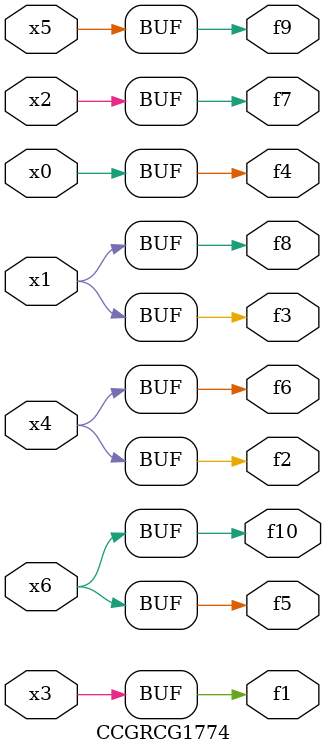
<source format=v>
module CCGRCG1774(
	input x0, x1, x2, x3, x4, x5, x6,
	output f1, f2, f3, f4, f5, f6, f7, f8, f9, f10
);
	assign f1 = x3;
	assign f2 = x4;
	assign f3 = x1;
	assign f4 = x0;
	assign f5 = x6;
	assign f6 = x4;
	assign f7 = x2;
	assign f8 = x1;
	assign f9 = x5;
	assign f10 = x6;
endmodule

</source>
